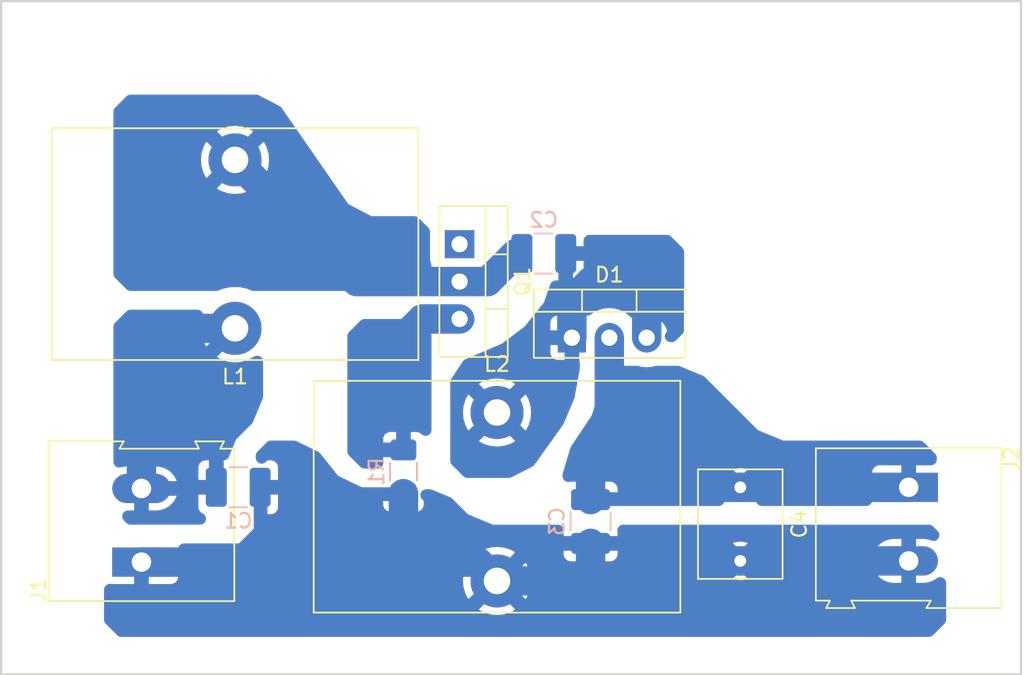
<source format=kicad_pcb>
(kicad_pcb (version 20171130) (host pcbnew 5.0.2+dfsg1-1)

  (general
    (thickness 1.6)
    (drawings 4)
    (tracks 33)
    (zones 0)
    (modules 11)
    (nets 8)
  )

  (page A4)
  (layers
    (0 F.Cu signal)
    (31 B.Cu signal)
    (32 B.Adhes user)
    (33 F.Adhes user)
    (34 B.Paste user)
    (35 F.Paste user)
    (36 B.SilkS user)
    (37 F.SilkS user)
    (38 B.Mask user)
    (39 F.Mask user)
    (40 Dwgs.User user)
    (41 Cmts.User user)
    (42 Eco1.User user)
    (43 Eco2.User user)
    (44 Edge.Cuts user)
    (45 Margin user)
    (46 B.CrtYd user)
    (47 F.CrtYd user)
    (48 B.Fab user)
    (49 F.Fab user)
  )

  (setup
    (last_trace_width 2)
    (user_trace_width 0.5)
    (user_trace_width 1)
    (user_trace_width 2)
    (user_trace_width 3)
    (user_trace_width 4)
    (user_trace_width 6)
    (user_trace_width 10)
    (trace_clearance 0.5)
    (zone_clearance 1)
    (zone_45_only no)
    (trace_min 0.5)
    (segment_width 0.2)
    (edge_width 0.15)
    (via_size 1)
    (via_drill 0.8)
    (via_min_size 1)
    (via_min_drill 0.6)
    (uvia_size 0.3)
    (uvia_drill 0.1)
    (uvias_allowed no)
    (uvia_min_size 0.2)
    (uvia_min_drill 0.1)
    (pcb_text_width 0.3)
    (pcb_text_size 1.5 1.5)
    (mod_edge_width 0.15)
    (mod_text_size 1 1)
    (mod_text_width 0.15)
    (pad_size 1.524 1.524)
    (pad_drill 0.762)
    (pad_to_mask_clearance 0.051)
    (solder_mask_min_width 0.25)
    (aux_axis_origin 0 0)
    (visible_elements FFFFF77F)
    (pcbplotparams
      (layerselection 0x010fc_ffffffff)
      (usegerberextensions false)
      (usegerberattributes false)
      (usegerberadvancedattributes false)
      (creategerberjobfile false)
      (excludeedgelayer true)
      (linewidth 0.100000)
      (plotframeref false)
      (viasonmask false)
      (mode 1)
      (useauxorigin false)
      (hpglpennumber 1)
      (hpglpenspeed 20)
      (hpglpendiameter 15.000000)
      (psnegative false)
      (psa4output false)
      (plotreference true)
      (plotvalue true)
      (plotinvisibletext false)
      (padsonsilk false)
      (subtractmaskfromsilk false)
      (outputformat 1)
      (mirror false)
      (drillshape 0)
      (scaleselection 1)
      (outputdirectory ""))
  )

  (net 0 "")
  (net 1 "Net-(C1-Pad2)")
  (net 2 "Net-(C1-Pad1)")
  (net 3 "Net-(C3-Pad1)")
  (net 4 "Net-(Q1-Pad3)")
  (net 5 "Net-(C2-Pad1)")
  (net 6 "Net-(C2-Pad2)")
  (net 7 "Net-(Q1-Pad1)")

  (net_class Default "Toto je výchozí třída sítě."
    (clearance 0.5)
    (trace_width 0.5)
    (via_dia 1)
    (via_drill 0.8)
    (uvia_dia 0.3)
    (uvia_drill 0.1)
    (diff_pair_gap 1.25)
    (diff_pair_width 2)
    (add_net "Net-(C1-Pad1)")
    (add_net "Net-(C1-Pad2)")
    (add_net "Net-(C2-Pad1)")
    (add_net "Net-(C2-Pad2)")
    (add_net "Net-(C3-Pad1)")
    (add_net "Net-(Q1-Pad1)")
    (add_net "Net-(Q1-Pad3)")
  )

  (module Capacitor_SMD:C_1210_3225Metric_Pad1.42x2.65mm_HandSolder (layer B.Cu) (tedit 5B301BBE) (tstamp 5E3453CF)
    (at 139.7 106.4625 270)
    (descr "Capacitor SMD 1210 (3225 Metric), square (rectangular) end terminal, IPC_7351 nominal with elongated pad for handsoldering. (Body size source: http://www.tortai-tech.com/upload/download/2011102023233369053.pdf), generated with kicad-footprint-generator")
    (tags "capacitor handsolder")
    (path /5E1B5E1F)
    (attr smd)
    (fp_text reference C3 (at 0 2.28 270) (layer B.SilkS)
      (effects (font (size 1 1) (thickness 0.15)) (justify mirror))
    )
    (fp_text value 4.7uF (at 0 -2.28 270) (layer B.Fab)
      (effects (font (size 1 1) (thickness 0.15)) (justify mirror))
    )
    (fp_line (start -1.6 -1.25) (end -1.6 1.25) (layer B.Fab) (width 0.1))
    (fp_line (start -1.6 1.25) (end 1.6 1.25) (layer B.Fab) (width 0.1))
    (fp_line (start 1.6 1.25) (end 1.6 -1.25) (layer B.Fab) (width 0.1))
    (fp_line (start 1.6 -1.25) (end -1.6 -1.25) (layer B.Fab) (width 0.1))
    (fp_line (start -0.602064 1.36) (end 0.602064 1.36) (layer B.SilkS) (width 0.12))
    (fp_line (start -0.602064 -1.36) (end 0.602064 -1.36) (layer B.SilkS) (width 0.12))
    (fp_line (start -2.45 -1.58) (end -2.45 1.58) (layer B.CrtYd) (width 0.05))
    (fp_line (start -2.45 1.58) (end 2.45 1.58) (layer B.CrtYd) (width 0.05))
    (fp_line (start 2.45 1.58) (end 2.45 -1.58) (layer B.CrtYd) (width 0.05))
    (fp_line (start 2.45 -1.58) (end -2.45 -1.58) (layer B.CrtYd) (width 0.05))
    (fp_text user %R (at 0 0 270) (layer B.Fab)
      (effects (font (size 0.8 0.8) (thickness 0.12)) (justify mirror))
    )
    (pad 1 smd roundrect (at -1.4875 0 270) (size 1.425 2.65) (layers B.Cu B.Paste B.Mask) (roundrect_rratio 0.175439)
      (net 3 "Net-(C3-Pad1)"))
    (pad 2 smd roundrect (at 1.4875 0 270) (size 1.425 2.65) (layers B.Cu B.Paste B.Mask) (roundrect_rratio 0.175439)
      (net 1 "Net-(C1-Pad2)"))
    (model ${KISYS3DMOD}/Capacitor_SMD.3dshapes/C_1210_3225Metric.wrl
      (at (xyz 0 0 0))
      (scale (xyz 1 1 1))
      (rotate (xyz 0 0 0))
    )
  )

  (module Capacitor_SMD:C_1210_3225Metric_Pad1.42x2.65mm_HandSolder (layer B.Cu) (tedit 5B301BBE) (tstamp 5E344089)
    (at 136.525 88.265 180)
    (descr "Capacitor SMD 1210 (3225 Metric), square (rectangular) end terminal, IPC_7351 nominal with elongated pad for handsoldering. (Body size source: http://www.tortai-tech.com/upload/download/2011102023233369053.pdf), generated with kicad-footprint-generator")
    (tags "capacitor handsolder")
    (path /5E1B5D2A)
    (attr smd)
    (fp_text reference C2 (at 0 2.28 180) (layer B.SilkS)
      (effects (font (size 1 1) (thickness 0.15)) (justify mirror))
    )
    (fp_text value "1210 4.7uF" (at 0 -2.28 180) (layer B.Fab)
      (effects (font (size 1 1) (thickness 0.15)) (justify mirror))
    )
    (fp_text user %R (at 0 0 180) (layer B.Fab)
      (effects (font (size 0.8 0.8) (thickness 0.12)) (justify mirror))
    )
    (fp_line (start 2.45 -1.58) (end -2.45 -1.58) (layer B.CrtYd) (width 0.05))
    (fp_line (start 2.45 1.58) (end 2.45 -1.58) (layer B.CrtYd) (width 0.05))
    (fp_line (start -2.45 1.58) (end 2.45 1.58) (layer B.CrtYd) (width 0.05))
    (fp_line (start -2.45 -1.58) (end -2.45 1.58) (layer B.CrtYd) (width 0.05))
    (fp_line (start -0.602064 -1.36) (end 0.602064 -1.36) (layer B.SilkS) (width 0.12))
    (fp_line (start -0.602064 1.36) (end 0.602064 1.36) (layer B.SilkS) (width 0.12))
    (fp_line (start 1.6 -1.25) (end -1.6 -1.25) (layer B.Fab) (width 0.1))
    (fp_line (start 1.6 1.25) (end 1.6 -1.25) (layer B.Fab) (width 0.1))
    (fp_line (start -1.6 1.25) (end 1.6 1.25) (layer B.Fab) (width 0.1))
    (fp_line (start -1.6 -1.25) (end -1.6 1.25) (layer B.Fab) (width 0.1))
    (pad 2 smd roundrect (at 1.4875 0 180) (size 1.425 2.65) (layers B.Cu B.Paste B.Mask) (roundrect_rratio 0.175439)
      (net 6 "Net-(C2-Pad2)"))
    (pad 1 smd roundrect (at -1.4875 0 180) (size 1.425 2.65) (layers B.Cu B.Paste B.Mask) (roundrect_rratio 0.175439)
      (net 5 "Net-(C2-Pad1)"))
    (model ${KISYS3DMOD}/Capacitor_SMD.3dshapes/C_1210_3225Metric.wrl
      (at (xyz 0 0 0))
      (scale (xyz 1 1 1))
      (rotate (xyz 0 0 0))
    )
  )

  (module Capacitor_SMD:C_1210_3225Metric_Pad1.42x2.65mm_HandSolder (layer B.Cu) (tedit 5B301BBE) (tstamp 5E345451)
    (at 115.7875 104.14)
    (descr "Capacitor SMD 1210 (3225 Metric), square (rectangular) end terminal, IPC_7351 nominal with elongated pad for handsoldering. (Body size source: http://www.tortai-tech.com/upload/download/2011102023233369053.pdf), generated with kicad-footprint-generator")
    (tags "capacitor handsolder")
    (path /5E1B5E8D)
    (attr smd)
    (fp_text reference C1 (at 0 2.28) (layer B.SilkS)
      (effects (font (size 1 1) (thickness 0.15)) (justify mirror))
    )
    (fp_text value "1210 4.7uF" (at 0 -2.28) (layer B.Fab)
      (effects (font (size 1 1) (thickness 0.15)) (justify mirror))
    )
    (fp_line (start -1.6 -1.25) (end -1.6 1.25) (layer B.Fab) (width 0.1))
    (fp_line (start -1.6 1.25) (end 1.6 1.25) (layer B.Fab) (width 0.1))
    (fp_line (start 1.6 1.25) (end 1.6 -1.25) (layer B.Fab) (width 0.1))
    (fp_line (start 1.6 -1.25) (end -1.6 -1.25) (layer B.Fab) (width 0.1))
    (fp_line (start -0.602064 1.36) (end 0.602064 1.36) (layer B.SilkS) (width 0.12))
    (fp_line (start -0.602064 -1.36) (end 0.602064 -1.36) (layer B.SilkS) (width 0.12))
    (fp_line (start -2.45 -1.58) (end -2.45 1.58) (layer B.CrtYd) (width 0.05))
    (fp_line (start -2.45 1.58) (end 2.45 1.58) (layer B.CrtYd) (width 0.05))
    (fp_line (start 2.45 1.58) (end 2.45 -1.58) (layer B.CrtYd) (width 0.05))
    (fp_line (start 2.45 -1.58) (end -2.45 -1.58) (layer B.CrtYd) (width 0.05))
    (fp_text user %R (at 0 0) (layer B.Fab)
      (effects (font (size 0.8 0.8) (thickness 0.12)) (justify mirror))
    )
    (pad 1 smd roundrect (at -1.4875 0) (size 1.425 2.65) (layers B.Cu B.Paste B.Mask) (roundrect_rratio 0.175439)
      (net 2 "Net-(C1-Pad1)"))
    (pad 2 smd roundrect (at 1.4875 0) (size 1.425 2.65) (layers B.Cu B.Paste B.Mask) (roundrect_rratio 0.175439)
      (net 1 "Net-(C1-Pad2)"))
    (model ${KISYS3DMOD}/Capacitor_SMD.3dshapes/C_1210_3225Metric.wrl
      (at (xyz 0 0 0))
      (scale (xyz 1 1 1))
      (rotate (xyz 0 0 0))
    )
  )

  (module Capacitor_THT:C_Rect_L7.2mm_W5.5mm_P5.00mm_FKS2_FKP2_MKS2_MKP2 (layer F.Cu) (tedit 5AE50EF0) (tstamp 5E344067)
    (at 149.86 104.14 270)
    (descr "C, Rect series, Radial, pin pitch=5.00mm, , length*width=7.2*5.5mm^2, Capacitor, http://www.wima.com/EN/WIMA_FKS_2.pdf")
    (tags "C Rect series Radial pin pitch 5.00mm  length 7.2mm width 5.5mm Capacitor")
    (path /5E1B5F7A)
    (fp_text reference C4 (at 2.5 -4 270) (layer F.SilkS)
      (effects (font (size 1 1) (thickness 0.15)))
    )
    (fp_text value 220uF/25V (at 2.5 4 270) (layer F.Fab)
      (effects (font (size 1 1) (thickness 0.15)))
    )
    (fp_line (start -1.1 -2.75) (end -1.1 2.75) (layer F.Fab) (width 0.1))
    (fp_line (start -1.1 2.75) (end 6.1 2.75) (layer F.Fab) (width 0.1))
    (fp_line (start 6.1 2.75) (end 6.1 -2.75) (layer F.Fab) (width 0.1))
    (fp_line (start 6.1 -2.75) (end -1.1 -2.75) (layer F.Fab) (width 0.1))
    (fp_line (start -1.22 -2.87) (end 6.22 -2.87) (layer F.SilkS) (width 0.12))
    (fp_line (start -1.22 2.87) (end 6.22 2.87) (layer F.SilkS) (width 0.12))
    (fp_line (start -1.22 -2.87) (end -1.22 2.87) (layer F.SilkS) (width 0.12))
    (fp_line (start 6.22 -2.87) (end 6.22 2.87) (layer F.SilkS) (width 0.12))
    (fp_line (start -1.35 -3) (end -1.35 3) (layer F.CrtYd) (width 0.05))
    (fp_line (start -1.35 3) (end 6.35 3) (layer F.CrtYd) (width 0.05))
    (fp_line (start 6.35 3) (end 6.35 -3) (layer F.CrtYd) (width 0.05))
    (fp_line (start 6.35 -3) (end -1.35 -3) (layer F.CrtYd) (width 0.05))
    (fp_text user %R (at 2.5 0) (layer F.Fab)
      (effects (font (size 1 1) (thickness 0.15)))
    )
    (pad 1 thru_hole circle (at 0 0 270) (size 1.6 1.6) (drill 0.8) (layers *.Cu *.Mask)
      (net 3 "Net-(C3-Pad1)"))
    (pad 2 thru_hole circle (at 5 0 270) (size 1.6 1.6) (drill 0.8) (layers *.Cu *.Mask)
      (net 1 "Net-(C1-Pad2)"))
    (model ${KISYS3DMOD}/Capacitor_THT.3dshapes/C_Rect_L7.2mm_W5.5mm_P5.00mm_FKS2_FKP2_MKS2_MKP2.wrl
      (at (xyz 0 0 0))
      (scale (xyz 1 1 1))
      (rotate (xyz 0 0 0))
    )
  )

  (module Inductor_THT:L_Toroid_Vertical_L24.6mm_W15.5mm_P11.44mm_Pulse_KM-4 (layer F.Cu) (tedit 5AE59B06) (tstamp 5E344054)
    (at 133.35 99.06)
    (descr "L_Toroid, Vertical series, Radial, pin pitch=11.44mm, , length*width=24.64*15.5mm^2, Pulse, KM-4, http://datasheet.octopart.com/PE-92112KNL-Pulse-datasheet-17853305.pdf")
    (tags "L_Toroid Vertical series Radial pin pitch 11.44mm  length 24.64mm width 15.5mm Pulse KM-4")
    (path /5E1B5BE1)
    (fp_text reference L2 (at 0 -3.28) (layer F.SilkS)
      (effects (font (size 1 1) (thickness 0.15)))
    )
    (fp_text value 47uH/10A (at 0 14.72) (layer F.Fab)
      (effects (font (size 1 1) (thickness 0.15)))
    )
    (fp_text user %R (at 5.72 0) (layer F.Fab)
      (effects (font (size 1 1) (thickness 0.15)))
    )
    (fp_line (start 12.57 -2.29) (end -12.57 -2.29) (layer F.CrtYd) (width 0.05))
    (fp_line (start 12.57 13.72) (end 12.57 -2.29) (layer F.CrtYd) (width 0.05))
    (fp_line (start -12.57 13.72) (end 12.57 13.72) (layer F.CrtYd) (width 0.05))
    (fp_line (start -12.57 -2.29) (end -12.57 13.72) (layer F.CrtYd) (width 0.05))
    (fp_line (start 12.44 -2.15) (end 12.44 13.59) (layer F.SilkS) (width 0.12))
    (fp_line (start -12.44 -2.15) (end -12.44 13.59) (layer F.SilkS) (width 0.12))
    (fp_line (start 0.016 13.59) (end 12.44 13.59) (layer F.SilkS) (width 0.12))
    (fp_line (start -12.44 13.59) (end -0.016 13.59) (layer F.SilkS) (width 0.12))
    (fp_line (start 0.016 -2.15) (end 12.44 -2.15) (layer F.SilkS) (width 0.12))
    (fp_line (start -12.44 -2.15) (end -0.016 -2.15) (layer F.SilkS) (width 0.12))
    (fp_line (start 7.8848 0) (end 8.8704 11.44) (layer F.Fab) (width 0.1))
    (fp_line (start 5.9136 0) (end 6.8992 11.44) (layer F.Fab) (width 0.1))
    (fp_line (start 3.9424 0) (end 4.928 11.44) (layer F.Fab) (width 0.1))
    (fp_line (start 1.9712 0) (end 2.9568 11.44) (layer F.Fab) (width 0.1))
    (fp_line (start 0 0) (end 0.9856 11.44) (layer F.Fab) (width 0.1))
    (fp_line (start -1.9712 0) (end -0.9856 11.44) (layer F.Fab) (width 0.1))
    (fp_line (start -3.9424 0) (end -2.9568 11.44) (layer F.Fab) (width 0.1))
    (fp_line (start -5.9136 0) (end -4.928 11.44) (layer F.Fab) (width 0.1))
    (fp_line (start -7.8848 0) (end -6.8992 11.44) (layer F.Fab) (width 0.1))
    (fp_line (start -9.856 0) (end -8.8704 11.44) (layer F.Fab) (width 0.1))
    (fp_line (start 9.856 0) (end -9.856 0) (layer F.Fab) (width 0.1))
    (fp_line (start 9.856 11.44) (end 9.856 0) (layer F.Fab) (width 0.1))
    (fp_line (start -9.856 11.44) (end 9.856 11.44) (layer F.Fab) (width 0.1))
    (fp_line (start -9.856 0) (end -9.856 11.44) (layer F.Fab) (width 0.1))
    (fp_line (start 12.32 -2.03) (end -12.32 -2.03) (layer F.Fab) (width 0.1))
    (fp_line (start 12.32 13.47) (end 12.32 -2.03) (layer F.Fab) (width 0.1))
    (fp_line (start -12.32 13.47) (end 12.32 13.47) (layer F.Fab) (width 0.1))
    (fp_line (start -12.32 -2.03) (end -12.32 13.47) (layer F.Fab) (width 0.1))
    (pad 2 thru_hole circle (at 0 11.44) (size 3.6 3.6) (drill 1.8) (layers *.Cu *.Mask)
      (net 1 "Net-(C1-Pad2)"))
    (pad 1 thru_hole circle (at 0 0) (size 3.6 3.6) (drill 1.8) (layers *.Cu *.Mask)
      (net 5 "Net-(C2-Pad1)"))
    (model ${KISYS3DMOD}/Inductor_THT.3dshapes/L_Toroid_Vertical_L24.6mm_W15.5mm_P11.44mm_Pulse_KM-4.wrl
      (at (xyz 0 0 0))
      (scale (xyz 1 1 1))
      (rotate (xyz 0 0 0))
    )
  )

  (module Inductor_THT:L_Toroid_Vertical_L24.6mm_W15.5mm_P11.44mm_Pulse_KM-4 (layer F.Cu) (tedit 5AE59B06) (tstamp 5E345020)
    (at 115.57 93.345 180)
    (descr "L_Toroid, Vertical series, Radial, pin pitch=11.44mm, , length*width=24.64*15.5mm^2, Pulse, KM-4, http://datasheet.octopart.com/PE-92112KNL-Pulse-datasheet-17853305.pdf")
    (tags "L_Toroid Vertical series Radial pin pitch 11.44mm  length 24.64mm width 15.5mm Pulse KM-4")
    (path /5E1B5A80)
    (fp_text reference L1 (at 0 -3.28 180) (layer F.SilkS)
      (effects (font (size 1 1) (thickness 0.15)))
    )
    (fp_text value 47uH/10A (at 0 14.72 180) (layer F.Fab)
      (effects (font (size 1 1) (thickness 0.15)))
    )
    (fp_line (start -12.32 -2.03) (end -12.32 13.47) (layer F.Fab) (width 0.1))
    (fp_line (start -12.32 13.47) (end 12.32 13.47) (layer F.Fab) (width 0.1))
    (fp_line (start 12.32 13.47) (end 12.32 -2.03) (layer F.Fab) (width 0.1))
    (fp_line (start 12.32 -2.03) (end -12.32 -2.03) (layer F.Fab) (width 0.1))
    (fp_line (start -9.856 0) (end -9.856 11.44) (layer F.Fab) (width 0.1))
    (fp_line (start -9.856 11.44) (end 9.856 11.44) (layer F.Fab) (width 0.1))
    (fp_line (start 9.856 11.44) (end 9.856 0) (layer F.Fab) (width 0.1))
    (fp_line (start 9.856 0) (end -9.856 0) (layer F.Fab) (width 0.1))
    (fp_line (start -9.856 0) (end -8.8704 11.44) (layer F.Fab) (width 0.1))
    (fp_line (start -7.8848 0) (end -6.8992 11.44) (layer F.Fab) (width 0.1))
    (fp_line (start -5.9136 0) (end -4.928 11.44) (layer F.Fab) (width 0.1))
    (fp_line (start -3.9424 0) (end -2.9568 11.44) (layer F.Fab) (width 0.1))
    (fp_line (start -1.9712 0) (end -0.9856 11.44) (layer F.Fab) (width 0.1))
    (fp_line (start 0 0) (end 0.9856 11.44) (layer F.Fab) (width 0.1))
    (fp_line (start 1.9712 0) (end 2.9568 11.44) (layer F.Fab) (width 0.1))
    (fp_line (start 3.9424 0) (end 4.928 11.44) (layer F.Fab) (width 0.1))
    (fp_line (start 5.9136 0) (end 6.8992 11.44) (layer F.Fab) (width 0.1))
    (fp_line (start 7.8848 0) (end 8.8704 11.44) (layer F.Fab) (width 0.1))
    (fp_line (start -12.44 -2.15) (end -0.016 -2.15) (layer F.SilkS) (width 0.12))
    (fp_line (start 0.016 -2.15) (end 12.44 -2.15) (layer F.SilkS) (width 0.12))
    (fp_line (start -12.44 13.59) (end -0.016 13.59) (layer F.SilkS) (width 0.12))
    (fp_line (start 0.016 13.59) (end 12.44 13.59) (layer F.SilkS) (width 0.12))
    (fp_line (start -12.44 -2.15) (end -12.44 13.59) (layer F.SilkS) (width 0.12))
    (fp_line (start 12.44 -2.15) (end 12.44 13.59) (layer F.SilkS) (width 0.12))
    (fp_line (start -12.57 -2.29) (end -12.57 13.72) (layer F.CrtYd) (width 0.05))
    (fp_line (start -12.57 13.72) (end 12.57 13.72) (layer F.CrtYd) (width 0.05))
    (fp_line (start 12.57 13.72) (end 12.57 -2.29) (layer F.CrtYd) (width 0.05))
    (fp_line (start 12.57 -2.29) (end -12.57 -2.29) (layer F.CrtYd) (width 0.05))
    (fp_text user %R (at 5.72 0 180) (layer F.Fab)
      (effects (font (size 1 1) (thickness 0.15)))
    )
    (pad 1 thru_hole circle (at 0 0 180) (size 3.6 3.6) (drill 1.8) (layers *.Cu *.Mask)
      (net 2 "Net-(C1-Pad1)"))
    (pad 2 thru_hole circle (at 0 11.44 180) (size 3.6 3.6) (drill 1.8) (layers *.Cu *.Mask)
      (net 6 "Net-(C2-Pad2)"))
    (model ${KISYS3DMOD}/Inductor_THT.3dshapes/L_Toroid_Vertical_L24.6mm_W15.5mm_P11.44mm_Pulse_KM-4.wrl
      (at (xyz 0 0 0))
      (scale (xyz 1 1 1))
      (rotate (xyz 0 0 0))
    )
  )

  (module Package_TO_SOT_THT:TO-220-3_Vertical (layer F.Cu) (tedit 5AC8BA0D) (tstamp 5E345A78)
    (at 130.81 87.63 270)
    (descr "TO-220-3, Vertical, RM 2.54mm, see https://www.vishay.com/docs/66542/to-220-1.pdf")
    (tags "TO-220-3 Vertical RM 2.54mm")
    (path /5E1B624B)
    (fp_text reference Q1 (at 2.54 -4.27 270) (layer F.SilkS)
      (effects (font (size 1 1) (thickness 0.15)))
    )
    (fp_text value IRFB4110 (at 2.54 2.5 270) (layer F.Fab)
      (effects (font (size 1 1) (thickness 0.15)))
    )
    (fp_text user %R (at 2.54 -4.27 270) (layer F.Fab)
      (effects (font (size 1 1) (thickness 0.15)))
    )
    (fp_line (start 7.79 -3.4) (end -2.71 -3.4) (layer F.CrtYd) (width 0.05))
    (fp_line (start 7.79 1.51) (end 7.79 -3.4) (layer F.CrtYd) (width 0.05))
    (fp_line (start -2.71 1.51) (end 7.79 1.51) (layer F.CrtYd) (width 0.05))
    (fp_line (start -2.71 -3.4) (end -2.71 1.51) (layer F.CrtYd) (width 0.05))
    (fp_line (start 4.391 -3.27) (end 4.391 -1.76) (layer F.SilkS) (width 0.12))
    (fp_line (start 0.69 -3.27) (end 0.69 -1.76) (layer F.SilkS) (width 0.12))
    (fp_line (start -2.58 -1.76) (end 7.66 -1.76) (layer F.SilkS) (width 0.12))
    (fp_line (start 7.66 -3.27) (end 7.66 1.371) (layer F.SilkS) (width 0.12))
    (fp_line (start -2.58 -3.27) (end -2.58 1.371) (layer F.SilkS) (width 0.12))
    (fp_line (start -2.58 1.371) (end 7.66 1.371) (layer F.SilkS) (width 0.12))
    (fp_line (start -2.58 -3.27) (end 7.66 -3.27) (layer F.SilkS) (width 0.12))
    (fp_line (start 4.39 -3.15) (end 4.39 -1.88) (layer F.Fab) (width 0.1))
    (fp_line (start 0.69 -3.15) (end 0.69 -1.88) (layer F.Fab) (width 0.1))
    (fp_line (start -2.46 -1.88) (end 7.54 -1.88) (layer F.Fab) (width 0.1))
    (fp_line (start 7.54 -3.15) (end -2.46 -3.15) (layer F.Fab) (width 0.1))
    (fp_line (start 7.54 1.25) (end 7.54 -3.15) (layer F.Fab) (width 0.1))
    (fp_line (start -2.46 1.25) (end 7.54 1.25) (layer F.Fab) (width 0.1))
    (fp_line (start -2.46 -3.15) (end -2.46 1.25) (layer F.Fab) (width 0.1))
    (pad 3 thru_hole oval (at 5.08 0 270) (size 1.905 2) (drill 1.1) (layers *.Cu *.Mask)
      (net 4 "Net-(Q1-Pad3)"))
    (pad 2 thru_hole oval (at 2.54 0 270) (size 1.905 2) (drill 1.1) (layers *.Cu *.Mask)
      (net 6 "Net-(C2-Pad2)"))
    (pad 1 thru_hole rect (at 0 0 270) (size 1.905 2) (drill 1.1) (layers *.Cu *.Mask)
      (net 7 "Net-(Q1-Pad1)"))
    (model ${KISYS3DMOD}/Package_TO_SOT_THT.3dshapes/TO-220-3_Vertical.wrl
      (at (xyz 0 0 0))
      (scale (xyz 1 1 1))
      (rotate (xyz 0 0 0))
    )
  )

  (module Package_TO_SOT_THT:TO-220-3_Vertical (layer F.Cu) (tedit 5AC8BA0D) (tstamp 5E34558F)
    (at 138.43 93.98)
    (descr "TO-220-3, Vertical, RM 2.54mm, see https://www.vishay.com/docs/66542/to-220-1.pdf")
    (tags "TO-220-3 Vertical RM 2.54mm")
    (path /5E1B6E38)
    (fp_text reference D1 (at 2.54 -4.27) (layer F.SilkS)
      (effects (font (size 1 1) (thickness 0.15)))
    )
    (fp_text value D_x2_KCom_AKA (at 2.54 2.5) (layer F.Fab)
      (effects (font (size 1 1) (thickness 0.15)))
    )
    (fp_line (start -2.46 -3.15) (end -2.46 1.25) (layer F.Fab) (width 0.1))
    (fp_line (start -2.46 1.25) (end 7.54 1.25) (layer F.Fab) (width 0.1))
    (fp_line (start 7.54 1.25) (end 7.54 -3.15) (layer F.Fab) (width 0.1))
    (fp_line (start 7.54 -3.15) (end -2.46 -3.15) (layer F.Fab) (width 0.1))
    (fp_line (start -2.46 -1.88) (end 7.54 -1.88) (layer F.Fab) (width 0.1))
    (fp_line (start 0.69 -3.15) (end 0.69 -1.88) (layer F.Fab) (width 0.1))
    (fp_line (start 4.39 -3.15) (end 4.39 -1.88) (layer F.Fab) (width 0.1))
    (fp_line (start -2.58 -3.27) (end 7.66 -3.27) (layer F.SilkS) (width 0.12))
    (fp_line (start -2.58 1.371) (end 7.66 1.371) (layer F.SilkS) (width 0.12))
    (fp_line (start -2.58 -3.27) (end -2.58 1.371) (layer F.SilkS) (width 0.12))
    (fp_line (start 7.66 -3.27) (end 7.66 1.371) (layer F.SilkS) (width 0.12))
    (fp_line (start -2.58 -1.76) (end 7.66 -1.76) (layer F.SilkS) (width 0.12))
    (fp_line (start 0.69 -3.27) (end 0.69 -1.76) (layer F.SilkS) (width 0.12))
    (fp_line (start 4.391 -3.27) (end 4.391 -1.76) (layer F.SilkS) (width 0.12))
    (fp_line (start -2.71 -3.4) (end -2.71 1.51) (layer F.CrtYd) (width 0.05))
    (fp_line (start -2.71 1.51) (end 7.79 1.51) (layer F.CrtYd) (width 0.05))
    (fp_line (start 7.79 1.51) (end 7.79 -3.4) (layer F.CrtYd) (width 0.05))
    (fp_line (start 7.79 -3.4) (end -2.71 -3.4) (layer F.CrtYd) (width 0.05))
    (fp_text user %R (at 2.54 -4.27) (layer F.Fab)
      (effects (font (size 1 1) (thickness 0.15)))
    )
    (pad 1 thru_hole rect (at 0 0) (size 1.905 2) (drill 1.1) (layers *.Cu *.Mask)
      (net 5 "Net-(C2-Pad1)"))
    (pad 2 thru_hole oval (at 2.54 0) (size 1.905 2) (drill 1.1) (layers *.Cu *.Mask)
      (net 3 "Net-(C3-Pad1)"))
    (pad 3 thru_hole oval (at 5.08 0) (size 1.905 2) (drill 1.1) (layers *.Cu *.Mask)
      (net 5 "Net-(C2-Pad1)"))
    (model ${KISYS3DMOD}/Package_TO_SOT_THT.3dshapes/TO-220-3_Vertical.wrl
      (at (xyz 0 0 0))
      (scale (xyz 1 1 1))
      (rotate (xyz 0 0 0))
    )
  )

  (module TerminalBlock:TerminalBlock_Altech_AK300-2_P5.00mm (layer F.Cu) (tedit 59FF0306) (tstamp 5E343FC9)
    (at 161.29 104.14 270)
    (descr "Altech AK300 terminal block, pitch 5.0mm, 45 degree angled, see http://www.mouser.com/ds/2/16/PCBMETRC-24178.pdf")
    (tags "Altech AK300 terminal block pitch 5.0mm")
    (path /5E1BCF4F)
    (fp_text reference J2 (at -1.92 -6.99 270) (layer F.SilkS)
      (effects (font (size 1 1) (thickness 0.15)))
    )
    (fp_text value OUTPUT (at 2.78 7.75 270) (layer F.Fab)
      (effects (font (size 1 1) (thickness 0.15)))
    )
    (fp_arc (start -1.13 -4.65) (end -1.42 -4.13) (angle 104.2) (layer F.Fab) (width 0.1))
    (fp_arc (start -0.01 -3.71) (end -1.62 -5) (angle 100) (layer F.Fab) (width 0.1))
    (fp_arc (start 0.06 -6.07) (end 1.53 -4.12) (angle 75.5) (layer F.Fab) (width 0.1))
    (fp_arc (start 1.03 -4.59) (end 1.53 -5.05) (angle 90.5) (layer F.Fab) (width 0.1))
    (fp_arc (start 3.87 -4.65) (end 3.58 -4.13) (angle 104.2) (layer F.Fab) (width 0.1))
    (fp_arc (start 4.99 -3.71) (end 3.39 -5) (angle 100) (layer F.Fab) (width 0.1))
    (fp_arc (start 5.07 -6.07) (end 6.53 -4.12) (angle 75.5) (layer F.Fab) (width 0.1))
    (fp_arc (start 6.03 -4.59) (end 6.54 -5.05) (angle 90.5) (layer F.Fab) (width 0.1))
    (fp_line (start 8.36 6.47) (end -2.83 6.47) (layer F.CrtYd) (width 0.05))
    (fp_line (start 8.36 6.47) (end 8.36 -6.47) (layer F.CrtYd) (width 0.05))
    (fp_line (start -2.83 -6.47) (end -2.83 6.47) (layer F.CrtYd) (width 0.05))
    (fp_line (start -2.83 -6.47) (end 8.36 -6.47) (layer F.CrtYd) (width 0.05))
    (fp_line (start 3.36 -0.25) (end 6.67 -0.25) (layer F.Fab) (width 0.1))
    (fp_line (start 2.98 -0.25) (end 3.36 -0.25) (layer F.Fab) (width 0.1))
    (fp_line (start 7.05 -0.25) (end 6.67 -0.25) (layer F.Fab) (width 0.1))
    (fp_line (start 6.67 -0.64) (end 3.36 -0.64) (layer F.Fab) (width 0.1))
    (fp_line (start 7.61 -0.64) (end 6.67 -0.64) (layer F.Fab) (width 0.1))
    (fp_line (start 1.66 -0.64) (end 3.36 -0.64) (layer F.Fab) (width 0.1))
    (fp_line (start -1.64 -0.64) (end 1.66 -0.64) (layer F.Fab) (width 0.1))
    (fp_line (start -2.58 -0.64) (end -1.64 -0.64) (layer F.Fab) (width 0.1))
    (fp_line (start 1.66 -0.25) (end -1.64 -0.25) (layer F.Fab) (width 0.1))
    (fp_line (start 2.04 -0.25) (end 1.66 -0.25) (layer F.Fab) (width 0.1))
    (fp_line (start -2.02 -0.25) (end -1.64 -0.25) (layer F.Fab) (width 0.1))
    (fp_line (start -1.49 -4.32) (end 1.56 -4.95) (layer F.Fab) (width 0.1))
    (fp_line (start -1.62 -4.45) (end 1.44 -5.08) (layer F.Fab) (width 0.1))
    (fp_line (start 3.52 -4.32) (end 6.56 -4.95) (layer F.Fab) (width 0.1))
    (fp_line (start 3.39 -4.45) (end 6.44 -5.08) (layer F.Fab) (width 0.1))
    (fp_line (start 2.04 -5.97) (end -2.02 -5.97) (layer F.Fab) (width 0.1))
    (fp_line (start -2.02 -3.43) (end -2.02 -5.97) (layer F.Fab) (width 0.1))
    (fp_line (start 2.04 -3.43) (end -2.02 -3.43) (layer F.Fab) (width 0.1))
    (fp_line (start 2.04 -3.43) (end 2.04 -5.97) (layer F.Fab) (width 0.1))
    (fp_line (start 7.05 -3.43) (end 2.98 -3.43) (layer F.Fab) (width 0.1))
    (fp_line (start 7.05 -5.97) (end 7.05 -3.43) (layer F.Fab) (width 0.1))
    (fp_line (start 2.98 -5.97) (end 7.05 -5.97) (layer F.Fab) (width 0.1))
    (fp_line (start 2.98 -3.43) (end 2.98 -5.97) (layer F.Fab) (width 0.1))
    (fp_line (start 7.61 -3.17) (end 7.61 -1.65) (layer F.Fab) (width 0.1))
    (fp_line (start -2.58 -3.17) (end -2.58 -6.22) (layer F.Fab) (width 0.1))
    (fp_line (start -2.58 -3.17) (end 7.61 -3.17) (layer F.Fab) (width 0.1))
    (fp_line (start 7.61 -0.64) (end 7.61 4.06) (layer F.Fab) (width 0.1))
    (fp_line (start 7.61 -1.65) (end 7.61 -0.64) (layer F.Fab) (width 0.1))
    (fp_line (start -2.58 -0.64) (end -2.58 -3.17) (layer F.Fab) (width 0.1))
    (fp_line (start -2.58 6.22) (end -2.58 -0.64) (layer F.Fab) (width 0.1))
    (fp_line (start 6.67 0.51) (end 6.28 0.51) (layer F.Fab) (width 0.1))
    (fp_line (start 3.36 0.51) (end 3.74 0.51) (layer F.Fab) (width 0.1))
    (fp_line (start 1.66 0.51) (end 1.28 0.51) (layer F.Fab) (width 0.1))
    (fp_line (start -1.64 0.51) (end -1.26 0.51) (layer F.Fab) (width 0.1))
    (fp_line (start -1.64 3.68) (end -1.64 0.51) (layer F.Fab) (width 0.1))
    (fp_line (start 1.66 3.68) (end -1.64 3.68) (layer F.Fab) (width 0.1))
    (fp_line (start 1.66 3.68) (end 1.66 0.51) (layer F.Fab) (width 0.1))
    (fp_line (start 3.36 3.68) (end 3.36 0.51) (layer F.Fab) (width 0.1))
    (fp_line (start 6.67 3.68) (end 3.36 3.68) (layer F.Fab) (width 0.1))
    (fp_line (start 6.67 3.68) (end 6.67 0.51) (layer F.Fab) (width 0.1))
    (fp_line (start -2.02 4.32) (end -2.02 6.22) (layer F.Fab) (width 0.1))
    (fp_line (start 2.04 4.32) (end 2.04 -0.25) (layer F.Fab) (width 0.1))
    (fp_line (start 2.04 4.32) (end -2.02 4.32) (layer F.Fab) (width 0.1))
    (fp_line (start 7.05 4.32) (end 7.05 6.22) (layer F.Fab) (width 0.1))
    (fp_line (start 2.98 4.32) (end 2.98 -0.25) (layer F.Fab) (width 0.1))
    (fp_line (start 2.98 4.32) (end 7.05 4.32) (layer F.Fab) (width 0.1))
    (fp_line (start -2.02 6.22) (end 2.04 6.22) (layer F.Fab) (width 0.1))
    (fp_line (start -2.58 6.22) (end -2.02 6.22) (layer F.Fab) (width 0.1))
    (fp_line (start -2.02 -0.25) (end -2.02 4.32) (layer F.Fab) (width 0.1))
    (fp_line (start 2.04 6.22) (end 2.98 6.22) (layer F.Fab) (width 0.1))
    (fp_line (start 2.04 6.22) (end 2.04 4.32) (layer F.Fab) (width 0.1))
    (fp_line (start 7.05 6.22) (end 7.61 6.22) (layer F.Fab) (width 0.1))
    (fp_line (start 2.98 6.22) (end 7.05 6.22) (layer F.Fab) (width 0.1))
    (fp_line (start 7.05 -0.25) (end 7.05 4.32) (layer F.Fab) (width 0.1))
    (fp_line (start 2.98 6.22) (end 2.98 4.32) (layer F.Fab) (width 0.1))
    (fp_line (start 8.11 3.81) (end 8.11 5.46) (layer F.Fab) (width 0.1))
    (fp_line (start 7.61 4.06) (end 7.61 5.21) (layer F.Fab) (width 0.1))
    (fp_line (start 8.11 3.81) (end 7.61 4.06) (layer F.Fab) (width 0.1))
    (fp_line (start 7.61 5.21) (end 7.61 6.22) (layer F.Fab) (width 0.1))
    (fp_line (start 8.11 5.46) (end 7.61 5.21) (layer F.Fab) (width 0.1))
    (fp_line (start 8.11 -1.4) (end 7.61 -1.65) (layer F.Fab) (width 0.1))
    (fp_line (start 8.11 -6.22) (end 8.11 -1.4) (layer F.Fab) (width 0.1))
    (fp_line (start 7.61 -6.22) (end 8.11 -6.22) (layer F.Fab) (width 0.1))
    (fp_line (start 7.61 -6.22) (end -2.58 -6.22) (layer F.Fab) (width 0.1))
    (fp_line (start 7.61 -6.22) (end 7.61 -3.17) (layer F.Fab) (width 0.1))
    (fp_line (start 3.74 2.54) (end 3.74 -0.25) (layer F.Fab) (width 0.1))
    (fp_line (start 3.74 -0.25) (end 6.28 -0.25) (layer F.Fab) (width 0.1))
    (fp_line (start 6.28 2.54) (end 6.28 -0.25) (layer F.Fab) (width 0.1))
    (fp_line (start 3.74 2.54) (end 6.28 2.54) (layer F.Fab) (width 0.1))
    (fp_line (start -1.26 2.54) (end -1.26 -0.25) (layer F.Fab) (width 0.1))
    (fp_line (start -1.26 -0.25) (end 1.28 -0.25) (layer F.Fab) (width 0.1))
    (fp_line (start 1.28 2.54) (end 1.28 -0.25) (layer F.Fab) (width 0.1))
    (fp_line (start -1.26 2.54) (end 1.28 2.54) (layer F.Fab) (width 0.1))
    (fp_line (start 8.2 -6.3) (end -2.65 -6.3) (layer F.SilkS) (width 0.12))
    (fp_line (start 8.2 -1.2) (end 8.2 -6.3) (layer F.SilkS) (width 0.12))
    (fp_line (start 7.7 -1.5) (end 8.2 -1.2) (layer F.SilkS) (width 0.12))
    (fp_line (start 7.7 3.9) (end 7.7 -1.5) (layer F.SilkS) (width 0.12))
    (fp_line (start 8.2 3.65) (end 7.7 3.9) (layer F.SilkS) (width 0.12))
    (fp_line (start 8.2 3.7) (end 8.2 3.65) (layer F.SilkS) (width 0.12))
    (fp_line (start 8.2 5.6) (end 8.2 3.7) (layer F.SilkS) (width 0.12))
    (fp_line (start 7.7 5.35) (end 8.2 5.6) (layer F.SilkS) (width 0.12))
    (fp_line (start 7.7 6.3) (end 7.7 5.35) (layer F.SilkS) (width 0.12))
    (fp_line (start -2.65 6.3) (end 7.7 6.3) (layer F.SilkS) (width 0.12))
    (fp_line (start -2.65 -6.3) (end -2.65 6.3) (layer F.SilkS) (width 0.12))
    (fp_text user %R (at 2.5 -2 270) (layer F.Fab)
      (effects (font (size 1 1) (thickness 0.15)))
    )
    (pad 2 thru_hole oval (at 5 0 270) (size 1.98 3.96) (drill 1.32) (layers *.Cu *.Mask)
      (net 1 "Net-(C1-Pad2)"))
    (pad 1 thru_hole rect (at 0 0 270) (size 1.98 3.96) (drill 1.32) (layers *.Cu *.Mask)
      (net 3 "Net-(C3-Pad1)"))
    (model ${KISYS3DMOD}/TerminalBlock.3dshapes/TerminalBlock_Altech_AK300-2_P5.00mm.wrl
      (at (xyz 0 0 0))
      (scale (xyz 1 1 1))
      (rotate (xyz 0 0 0))
    )
  )

  (module TerminalBlock:TerminalBlock_Altech_AK300-2_P5.00mm (layer F.Cu) (tedit 59FF0306) (tstamp 5E343F62)
    (at 109.22 109.22 90)
    (descr "Altech AK300 terminal block, pitch 5.0mm, 45 degree angled, see http://www.mouser.com/ds/2/16/PCBMETRC-24178.pdf")
    (tags "Altech AK300 terminal block pitch 5.0mm")
    (path /5E1BCE79)
    (fp_text reference J1 (at -1.92 -6.99 90) (layer F.SilkS)
      (effects (font (size 1 1) (thickness 0.15)))
    )
    (fp_text value "INPUT RECTIFIED" (at 2.78 7.75 90) (layer F.Fab)
      (effects (font (size 1 1) (thickness 0.15)))
    )
    (fp_text user %R (at 2.5 -2 90) (layer F.Fab)
      (effects (font (size 1 1) (thickness 0.15)))
    )
    (fp_line (start -2.65 -6.3) (end -2.65 6.3) (layer F.SilkS) (width 0.12))
    (fp_line (start -2.65 6.3) (end 7.7 6.3) (layer F.SilkS) (width 0.12))
    (fp_line (start 7.7 6.3) (end 7.7 5.35) (layer F.SilkS) (width 0.12))
    (fp_line (start 7.7 5.35) (end 8.2 5.6) (layer F.SilkS) (width 0.12))
    (fp_line (start 8.2 5.6) (end 8.2 3.7) (layer F.SilkS) (width 0.12))
    (fp_line (start 8.2 3.7) (end 8.2 3.65) (layer F.SilkS) (width 0.12))
    (fp_line (start 8.2 3.65) (end 7.7 3.9) (layer F.SilkS) (width 0.12))
    (fp_line (start 7.7 3.9) (end 7.7 -1.5) (layer F.SilkS) (width 0.12))
    (fp_line (start 7.7 -1.5) (end 8.2 -1.2) (layer F.SilkS) (width 0.12))
    (fp_line (start 8.2 -1.2) (end 8.2 -6.3) (layer F.SilkS) (width 0.12))
    (fp_line (start 8.2 -6.3) (end -2.65 -6.3) (layer F.SilkS) (width 0.12))
    (fp_line (start -1.26 2.54) (end 1.28 2.54) (layer F.Fab) (width 0.1))
    (fp_line (start 1.28 2.54) (end 1.28 -0.25) (layer F.Fab) (width 0.1))
    (fp_line (start -1.26 -0.25) (end 1.28 -0.25) (layer F.Fab) (width 0.1))
    (fp_line (start -1.26 2.54) (end -1.26 -0.25) (layer F.Fab) (width 0.1))
    (fp_line (start 3.74 2.54) (end 6.28 2.54) (layer F.Fab) (width 0.1))
    (fp_line (start 6.28 2.54) (end 6.28 -0.25) (layer F.Fab) (width 0.1))
    (fp_line (start 3.74 -0.25) (end 6.28 -0.25) (layer F.Fab) (width 0.1))
    (fp_line (start 3.74 2.54) (end 3.74 -0.25) (layer F.Fab) (width 0.1))
    (fp_line (start 7.61 -6.22) (end 7.61 -3.17) (layer F.Fab) (width 0.1))
    (fp_line (start 7.61 -6.22) (end -2.58 -6.22) (layer F.Fab) (width 0.1))
    (fp_line (start 7.61 -6.22) (end 8.11 -6.22) (layer F.Fab) (width 0.1))
    (fp_line (start 8.11 -6.22) (end 8.11 -1.4) (layer F.Fab) (width 0.1))
    (fp_line (start 8.11 -1.4) (end 7.61 -1.65) (layer F.Fab) (width 0.1))
    (fp_line (start 8.11 5.46) (end 7.61 5.21) (layer F.Fab) (width 0.1))
    (fp_line (start 7.61 5.21) (end 7.61 6.22) (layer F.Fab) (width 0.1))
    (fp_line (start 8.11 3.81) (end 7.61 4.06) (layer F.Fab) (width 0.1))
    (fp_line (start 7.61 4.06) (end 7.61 5.21) (layer F.Fab) (width 0.1))
    (fp_line (start 8.11 3.81) (end 8.11 5.46) (layer F.Fab) (width 0.1))
    (fp_line (start 2.98 6.22) (end 2.98 4.32) (layer F.Fab) (width 0.1))
    (fp_line (start 7.05 -0.25) (end 7.05 4.32) (layer F.Fab) (width 0.1))
    (fp_line (start 2.98 6.22) (end 7.05 6.22) (layer F.Fab) (width 0.1))
    (fp_line (start 7.05 6.22) (end 7.61 6.22) (layer F.Fab) (width 0.1))
    (fp_line (start 2.04 6.22) (end 2.04 4.32) (layer F.Fab) (width 0.1))
    (fp_line (start 2.04 6.22) (end 2.98 6.22) (layer F.Fab) (width 0.1))
    (fp_line (start -2.02 -0.25) (end -2.02 4.32) (layer F.Fab) (width 0.1))
    (fp_line (start -2.58 6.22) (end -2.02 6.22) (layer F.Fab) (width 0.1))
    (fp_line (start -2.02 6.22) (end 2.04 6.22) (layer F.Fab) (width 0.1))
    (fp_line (start 2.98 4.32) (end 7.05 4.32) (layer F.Fab) (width 0.1))
    (fp_line (start 2.98 4.32) (end 2.98 -0.25) (layer F.Fab) (width 0.1))
    (fp_line (start 7.05 4.32) (end 7.05 6.22) (layer F.Fab) (width 0.1))
    (fp_line (start 2.04 4.32) (end -2.02 4.32) (layer F.Fab) (width 0.1))
    (fp_line (start 2.04 4.32) (end 2.04 -0.25) (layer F.Fab) (width 0.1))
    (fp_line (start -2.02 4.32) (end -2.02 6.22) (layer F.Fab) (width 0.1))
    (fp_line (start 6.67 3.68) (end 6.67 0.51) (layer F.Fab) (width 0.1))
    (fp_line (start 6.67 3.68) (end 3.36 3.68) (layer F.Fab) (width 0.1))
    (fp_line (start 3.36 3.68) (end 3.36 0.51) (layer F.Fab) (width 0.1))
    (fp_line (start 1.66 3.68) (end 1.66 0.51) (layer F.Fab) (width 0.1))
    (fp_line (start 1.66 3.68) (end -1.64 3.68) (layer F.Fab) (width 0.1))
    (fp_line (start -1.64 3.68) (end -1.64 0.51) (layer F.Fab) (width 0.1))
    (fp_line (start -1.64 0.51) (end -1.26 0.51) (layer F.Fab) (width 0.1))
    (fp_line (start 1.66 0.51) (end 1.28 0.51) (layer F.Fab) (width 0.1))
    (fp_line (start 3.36 0.51) (end 3.74 0.51) (layer F.Fab) (width 0.1))
    (fp_line (start 6.67 0.51) (end 6.28 0.51) (layer F.Fab) (width 0.1))
    (fp_line (start -2.58 6.22) (end -2.58 -0.64) (layer F.Fab) (width 0.1))
    (fp_line (start -2.58 -0.64) (end -2.58 -3.17) (layer F.Fab) (width 0.1))
    (fp_line (start 7.61 -1.65) (end 7.61 -0.64) (layer F.Fab) (width 0.1))
    (fp_line (start 7.61 -0.64) (end 7.61 4.06) (layer F.Fab) (width 0.1))
    (fp_line (start -2.58 -3.17) (end 7.61 -3.17) (layer F.Fab) (width 0.1))
    (fp_line (start -2.58 -3.17) (end -2.58 -6.22) (layer F.Fab) (width 0.1))
    (fp_line (start 7.61 -3.17) (end 7.61 -1.65) (layer F.Fab) (width 0.1))
    (fp_line (start 2.98 -3.43) (end 2.98 -5.97) (layer F.Fab) (width 0.1))
    (fp_line (start 2.98 -5.97) (end 7.05 -5.97) (layer F.Fab) (width 0.1))
    (fp_line (start 7.05 -5.97) (end 7.05 -3.43) (layer F.Fab) (width 0.1))
    (fp_line (start 7.05 -3.43) (end 2.98 -3.43) (layer F.Fab) (width 0.1))
    (fp_line (start 2.04 -3.43) (end 2.04 -5.97) (layer F.Fab) (width 0.1))
    (fp_line (start 2.04 -3.43) (end -2.02 -3.43) (layer F.Fab) (width 0.1))
    (fp_line (start -2.02 -3.43) (end -2.02 -5.97) (layer F.Fab) (width 0.1))
    (fp_line (start 2.04 -5.97) (end -2.02 -5.97) (layer F.Fab) (width 0.1))
    (fp_line (start 3.39 -4.45) (end 6.44 -5.08) (layer F.Fab) (width 0.1))
    (fp_line (start 3.52 -4.32) (end 6.56 -4.95) (layer F.Fab) (width 0.1))
    (fp_line (start -1.62 -4.45) (end 1.44 -5.08) (layer F.Fab) (width 0.1))
    (fp_line (start -1.49 -4.32) (end 1.56 -4.95) (layer F.Fab) (width 0.1))
    (fp_line (start -2.02 -0.25) (end -1.64 -0.25) (layer F.Fab) (width 0.1))
    (fp_line (start 2.04 -0.25) (end 1.66 -0.25) (layer F.Fab) (width 0.1))
    (fp_line (start 1.66 -0.25) (end -1.64 -0.25) (layer F.Fab) (width 0.1))
    (fp_line (start -2.58 -0.64) (end -1.64 -0.64) (layer F.Fab) (width 0.1))
    (fp_line (start -1.64 -0.64) (end 1.66 -0.64) (layer F.Fab) (width 0.1))
    (fp_line (start 1.66 -0.64) (end 3.36 -0.64) (layer F.Fab) (width 0.1))
    (fp_line (start 7.61 -0.64) (end 6.67 -0.64) (layer F.Fab) (width 0.1))
    (fp_line (start 6.67 -0.64) (end 3.36 -0.64) (layer F.Fab) (width 0.1))
    (fp_line (start 7.05 -0.25) (end 6.67 -0.25) (layer F.Fab) (width 0.1))
    (fp_line (start 2.98 -0.25) (end 3.36 -0.25) (layer F.Fab) (width 0.1))
    (fp_line (start 3.36 -0.25) (end 6.67 -0.25) (layer F.Fab) (width 0.1))
    (fp_line (start -2.83 -6.47) (end 8.36 -6.47) (layer F.CrtYd) (width 0.05))
    (fp_line (start -2.83 -6.47) (end -2.83 6.47) (layer F.CrtYd) (width 0.05))
    (fp_line (start 8.36 6.47) (end 8.36 -6.47) (layer F.CrtYd) (width 0.05))
    (fp_line (start 8.36 6.47) (end -2.83 6.47) (layer F.CrtYd) (width 0.05))
    (fp_arc (start 6.03 -4.59) (end 6.54 -5.05) (angle 90.5) (layer F.Fab) (width 0.1))
    (fp_arc (start 5.07 -6.07) (end 6.53 -4.12) (angle 75.5) (layer F.Fab) (width 0.1))
    (fp_arc (start 4.99 -3.71) (end 3.39 -5) (angle 100) (layer F.Fab) (width 0.1))
    (fp_arc (start 3.87 -4.65) (end 3.58 -4.13) (angle 104.2) (layer F.Fab) (width 0.1))
    (fp_arc (start 1.03 -4.59) (end 1.53 -5.05) (angle 90.5) (layer F.Fab) (width 0.1))
    (fp_arc (start 0.06 -6.07) (end 1.53 -4.12) (angle 75.5) (layer F.Fab) (width 0.1))
    (fp_arc (start -0.01 -3.71) (end -1.62 -5) (angle 100) (layer F.Fab) (width 0.1))
    (fp_arc (start -1.13 -4.65) (end -1.42 -4.13) (angle 104.2) (layer F.Fab) (width 0.1))
    (pad 1 thru_hole rect (at 0 0 90) (size 1.98 3.96) (drill 1.32) (layers *.Cu *.Mask)
      (net 1 "Net-(C1-Pad2)"))
    (pad 2 thru_hole oval (at 5 0 90) (size 1.98 3.96) (drill 1.32) (layers *.Cu *.Mask)
      (net 2 "Net-(C1-Pad1)"))
    (model ${KISYS3DMOD}/TerminalBlock.3dshapes/TerminalBlock_Altech_AK300-2_P5.00mm.wrl
      (at (xyz 0 0 0))
      (scale (xyz 1 1 1))
      (rotate (xyz 0 0 0))
    )
  )

  (module Resistor_SMD:R_1206_3216Metric_Pad1.42x1.75mm_HandSolder (layer B.Cu) (tedit 5B301BBD) (tstamp 5E345E7C)
    (at 127 103.0875 270)
    (descr "Resistor SMD 1206 (3216 Metric), square (rectangular) end terminal, IPC_7351 nominal with elongated pad for handsoldering. (Body size source: http://www.tortai-tech.com/upload/download/2011102023233369053.pdf), generated with kicad-footprint-generator")
    (tags "resistor handsolder")
    (path /5E1B63DD)
    (attr smd)
    (fp_text reference R1 (at 0 1.82 270) (layer B.SilkS)
      (effects (font (size 1 1) (thickness 0.15)) (justify mirror))
    )
    (fp_text value 0R1 (at 0 -1.82 270) (layer B.Fab)
      (effects (font (size 1 1) (thickness 0.15)) (justify mirror))
    )
    (fp_line (start -1.6 -0.8) (end -1.6 0.8) (layer B.Fab) (width 0.1))
    (fp_line (start -1.6 0.8) (end 1.6 0.8) (layer B.Fab) (width 0.1))
    (fp_line (start 1.6 0.8) (end 1.6 -0.8) (layer B.Fab) (width 0.1))
    (fp_line (start 1.6 -0.8) (end -1.6 -0.8) (layer B.Fab) (width 0.1))
    (fp_line (start -0.602064 0.91) (end 0.602064 0.91) (layer B.SilkS) (width 0.12))
    (fp_line (start -0.602064 -0.91) (end 0.602064 -0.91) (layer B.SilkS) (width 0.12))
    (fp_line (start -2.45 -1.12) (end -2.45 1.12) (layer B.CrtYd) (width 0.05))
    (fp_line (start -2.45 1.12) (end 2.45 1.12) (layer B.CrtYd) (width 0.05))
    (fp_line (start 2.45 1.12) (end 2.45 -1.12) (layer B.CrtYd) (width 0.05))
    (fp_line (start 2.45 -1.12) (end -2.45 -1.12) (layer B.CrtYd) (width 0.05))
    (fp_text user %R (at 0 0 270) (layer B.Fab)
      (effects (font (size 0.8 0.8) (thickness 0.12)) (justify mirror))
    )
    (pad 1 smd roundrect (at -1.4875 0 270) (size 1.425 1.75) (layers B.Cu B.Paste B.Mask) (roundrect_rratio 0.175439)
      (net 4 "Net-(Q1-Pad3)"))
    (pad 2 smd roundrect (at 1.4875 0 270) (size 1.425 1.75) (layers B.Cu B.Paste B.Mask) (roundrect_rratio 0.175439)
      (net 1 "Net-(C1-Pad2)"))
    (model ${KISYS3DMOD}/Resistor_SMD.3dshapes/R_1206_3216Metric.wrl
      (at (xyz 0 0 0))
      (scale (xyz 1 1 1))
      (rotate (xyz 0 0 0))
    )
  )

  (gr_line (start 168.91 71.12) (end 168.91 116.84) (layer Edge.Cuts) (width 0.15))
  (gr_line (start 168.91 71.12) (end 99.695 71.12) (layer Edge.Cuts) (width 0.15))
  (gr_line (start 99.695 116.84) (end 168.91 116.84) (layer Edge.Cuts) (width 0.15))
  (gr_line (start 99.695 71.12) (end 99.695 116.84) (layer Edge.Cuts) (width 0.15))

  (segment (start 132.07 109.22) (end 133.35 110.5) (width 2) (layer B.Cu) (net 1) (status 20))
  (segment (start 161.29 109.14) (end 149.86 109.14) (width 2) (layer B.Cu) (net 1) (status 30))
  (segment (start 149.86 109.14) (end 146.13 109.14) (width 2) (layer B.Cu) (net 1) (status 10))
  (segment (start 146.13 109.14) (end 144.77 110.5) (width 2) (layer B.Cu) (net 1))
  (segment (start 144.77 110.5) (end 139.7 110.5) (width 2) (layer B.Cu) (net 1))
  (segment (start 139.7 107.95) (end 139.7 110.5) (width 2) (layer B.Cu) (net 1) (status 10))
  (segment (start 139.7 110.5) (end 133.35 110.5) (width 2) (layer B.Cu) (net 1) (status 20))
  (segment (start 127 104.575) (end 127 109.22) (width 2) (layer B.Cu) (net 1) (status 10))
  (segment (start 127 109.22) (end 132.07 109.22) (width 2) (layer B.Cu) (net 1))
  (segment (start 109.22 109.22) (end 116.84 109.22) (width 2) (layer B.Cu) (net 1) (status 10))
  (segment (start 116.84 109.22) (end 127 109.22) (width 2) (layer B.Cu) (net 1))
  (segment (start 109.22 96.52) (end 109.22 104.22) (width 2) (layer B.Cu) (net 2) (status 20))
  (segment (start 112.395 93.345) (end 115.57 93.345) (width 2) (layer B.Cu) (net 2))
  (segment (start 109.22 96.52) (end 112.395 93.345) (width 2) (layer B.Cu) (net 2))
  (segment (start 139.7 104.975) (end 139.7 102.87) (width 2) (layer B.Cu) (net 3) (status 10))
  (segment (start 140.97 101.6) (end 140.97 93.98) (width 2) (layer B.Cu) (net 3) (status 20))
  (segment (start 139.7 102.87) (end 140.97 101.6) (width 2) (layer B.Cu) (net 3))
  (segment (start 149.86 104.14) (end 161.29 104.14) (width 2) (layer B.Cu) (net 3) (status 30))
  (segment (start 143.51 104.14) (end 140.97 101.6) (width 2) (layer B.Cu) (net 3))
  (segment (start 149.86 104.14) (end 143.51 104.14) (width 2) (layer B.Cu) (net 3) (status 10))
  (segment (start 130.81 92.71) (end 129.54 92.71) (width 2) (layer B.Cu) (net 4))
  (segment (start 129.54 92.71) (end 128.27 92.71) (width 2) (layer B.Cu) (net 4))
  (segment (start 128.27 92.71) (end 127 93.98) (width 2) (layer B.Cu) (net 4))
  (segment (start 127 93.98) (end 127 95.885) (width 2) (layer B.Cu) (net 4))
  (segment (start 138.43 91.44) (end 139.7 90.17) (width 2) (layer B.Cu) (net 5))
  (segment (start 138.43 93.98) (end 138.43 91.44) (width 2) (layer B.Cu) (net 5) (status 10))
  (segment (start 142.24 90.17) (end 143.51 91.44) (width 2) (layer B.Cu) (net 5))
  (segment (start 143.51 91.44) (end 143.51 93.98) (width 2) (layer B.Cu) (net 5) (status 20))
  (segment (start 139.7 90.17) (end 142.24 90.17) (width 2) (layer B.Cu) (net 5))
  (segment (start 132.715 90.17) (end 134.62 88.265) (width 2) (layer B.Cu) (net 6))
  (segment (start 130.81 90.17) (end 132.715 90.17) (width 2) (layer B.Cu) (net 6))
  (segment (start 123.835 90.17) (end 115.57 81.905) (width 2) (layer B.Cu) (net 6))
  (segment (start 130.81 90.17) (end 123.835 90.17) (width 2) (layer B.Cu) (net 6))

  (zone (net 1) (net_name "Net-(C1-Pad2)") (layer B.Cu) (tstamp 5E1BAEC0) (hatch edge 0.508)
    (connect_pads (clearance 1))
    (min_thickness 0.8)
    (fill yes (arc_segments 32) (thermal_gap 0.5) (thermal_bridge_width 1) (smoothing chamfer) (radius 1))
    (polygon
      (pts
        (xy 116.84 107.95) (xy 106.68 107.95) (xy 106.68 114.3) (xy 163.83 114.3) (xy 163.83 106.68)
        (xy 137.16 106.68) (xy 132.08 106.68) (xy 129.54 104.14) (xy 123.19 104.14) (xy 120.65 100.965)
        (xy 116.84 100.965)
      )
    )
    (filled_polygon
      (pts
        (xy 121.01928 102.066912) (xy 122.252958 103.609009) (xy 122.307708 103.665144) (xy 122.392029 103.719652) (xy 124.016724 104.500521)
        (xy 124.090388 104.527398) (xy 124.19 104.54) (xy 127.12 104.54) (xy 127.12 104.675) (xy 127.1 104.675)
        (xy 127.1 105.9625) (xy 127.325 106.1875) (xy 127.963643 106.1875) (xy 128.137521 106.152913) (xy 128.30131 106.08507)
        (xy 128.448717 105.986575) (xy 128.574076 105.861216) (xy 128.67257 105.71381) (xy 128.740414 105.55002) (xy 128.775 105.376142)
        (xy 128.775 104.9) (xy 128.550002 104.675002) (xy 128.775 104.675002) (xy 128.775 104.670297) (xy 130.020524 105.18621)
        (xy 131.09005 106.255736) (xy 131.150665 106.305481) (xy 131.21982 106.342445) (xy 132.926927 107.049552) (xy 133.001964 107.072314)
        (xy 133.08 107.08) (xy 137.488697 107.08) (xy 137.475 107.148858) (xy 137.475 107.625) (xy 137.7 107.85)
        (xy 139.6 107.85) (xy 139.6 107.83) (xy 139.8 107.83) (xy 139.8 107.85) (xy 141.7 107.85)
        (xy 141.925 107.625) (xy 141.925 107.148858) (xy 141.911303 107.08) (xy 162.664314 107.08) (xy 162.971494 107.38718)
        (xy 162.746799 107.305825) (xy 162.38 107.25) (xy 161.39 107.25) (xy 161.39 109.04) (xy 161.41 109.04)
        (xy 161.41 109.24) (xy 161.39 109.24) (xy 161.39 111.03) (xy 162.38 111.03) (xy 162.746799 110.974175)
        (xy 163.095659 110.847864) (xy 163.413174 110.655921) (xy 163.43 110.640555) (xy 163.43 113.134314) (xy 162.664314 113.9)
        (xy 107.845686 113.9) (xy 107.08 113.134314) (xy 107.08 112.328616) (xy 131.662805 112.328616) (xy 131.837286 112.752202)
        (xy 132.305736 113.004042) (xy 132.814316 113.159653) (xy 133.343481 113.213056) (xy 133.872897 113.162198) (xy 134.382218 113.009032)
        (xy 134.851873 112.759446) (xy 134.862714 112.752202) (xy 135.037195 112.328616) (xy 133.35 110.641421) (xy 131.662805 112.328616)
        (xy 107.08 112.328616) (xy 107.08 111.095806) (xy 107.151357 111.11) (xy 108.895 111.11) (xy 109.12 110.885)
        (xy 109.12 109.32) (xy 109.32 109.32) (xy 109.32 110.885) (xy 109.545 111.11) (xy 111.288643 111.11)
        (xy 111.462521 111.075413) (xy 111.62631 111.00757) (xy 111.773717 110.909075) (xy 111.899076 110.783716) (xy 111.99757 110.63631)
        (xy 112.056731 110.493481) (xy 130.636944 110.493481) (xy 130.687802 111.022897) (xy 130.840968 111.532218) (xy 131.090554 112.001873)
        (xy 131.097798 112.012714) (xy 131.521384 112.187195) (xy 133.208579 110.5) (xy 133.491421 110.5) (xy 135.178616 112.187195)
        (xy 135.602202 112.012714) (xy 135.854042 111.544264) (xy 136.009653 111.035684) (xy 136.063056 110.506519) (xy 136.039098 110.257123)
        (xy 148.884298 110.257123) (xy 148.938554 110.578392) (xy 149.236875 110.730519) (xy 149.559143 110.821524) (xy 149.892973 110.847908)
        (xy 150.225536 110.808659) (xy 150.544052 110.705283) (xy 150.781446 110.578392) (xy 150.835702 110.257123) (xy 149.86 109.281421)
        (xy 148.884298 110.257123) (xy 136.039098 110.257123) (xy 136.012198 109.977103) (xy 135.859032 109.467782) (xy 135.609446 108.998127)
        (xy 135.602202 108.987286) (xy 135.178616 108.812805) (xy 133.491421 110.5) (xy 133.208579 110.5) (xy 131.521384 108.812805)
        (xy 131.097798 108.987286) (xy 130.845958 109.455736) (xy 130.690347 109.964316) (xy 130.636944 110.493481) (xy 112.056731 110.493481)
        (xy 112.065414 110.47252) (xy 112.1 110.298642) (xy 112.1 109.545) (xy 111.875 109.32) (xy 109.32 109.32)
        (xy 109.12 109.32) (xy 109.1 109.32) (xy 109.1 109.12) (xy 109.12 109.12) (xy 109.12 109.1)
        (xy 109.32 109.1) (xy 109.32 109.12) (xy 111.875 109.12) (xy 112.1 108.895) (xy 112.1 108.671384)
        (xy 131.662805 108.671384) (xy 133.35 110.358579) (xy 135.037195 108.671384) (xy 134.873919 108.275) (xy 137.475 108.275)
        (xy 137.475 108.751142) (xy 137.509586 108.92502) (xy 137.57743 109.08881) (xy 137.675924 109.236216) (xy 137.801283 109.361575)
        (xy 137.94869 109.46007) (xy 138.112479 109.527913) (xy 138.286357 109.5625) (xy 139.375 109.5625) (xy 139.6 109.3375)
        (xy 139.6 108.05) (xy 139.8 108.05) (xy 139.8 109.3375) (xy 140.025 109.5625) (xy 141.113643 109.5625)
        (xy 141.287521 109.527913) (xy 141.45131 109.46007) (xy 141.598717 109.361575) (xy 141.724076 109.236216) (xy 141.766333 109.172973)
        (xy 148.152092 109.172973) (xy 148.191341 109.505536) (xy 148.294717 109.824052) (xy 148.421608 110.061446) (xy 148.742877 110.115702)
        (xy 149.718579 109.14) (xy 150.001421 109.14) (xy 150.977123 110.115702) (xy 151.298392 110.061446) (xy 151.450519 109.763125)
        (xy 151.515216 109.534016) (xy 158.451527 109.534016) (xy 158.5156 109.770885) (xy 158.672966 110.106882) (xy 158.892858 110.405722)
        (xy 159.166826 110.655921) (xy 159.484341 110.847864) (xy 159.833201 110.974175) (xy 160.2 111.03) (xy 161.19 111.03)
        (xy 161.19 109.24) (xy 158.638006 109.24) (xy 158.451527 109.534016) (xy 151.515216 109.534016) (xy 151.541524 109.440857)
        (xy 151.567908 109.107027) (xy 151.528659 108.774464) (xy 151.519416 108.745984) (xy 158.451527 108.745984) (xy 158.638006 109.04)
        (xy 161.19 109.04) (xy 161.19 107.25) (xy 160.2 107.25) (xy 159.833201 107.305825) (xy 159.484341 107.432136)
        (xy 159.166826 107.624079) (xy 158.892858 107.874278) (xy 158.672966 108.173118) (xy 158.5156 108.509115) (xy 158.451527 108.745984)
        (xy 151.519416 108.745984) (xy 151.425283 108.455948) (xy 151.298392 108.218554) (xy 150.977123 108.164298) (xy 150.001421 109.14)
        (xy 149.718579 109.14) (xy 148.742877 108.164298) (xy 148.421608 108.218554) (xy 148.269481 108.516875) (xy 148.178476 108.839143)
        (xy 148.152092 109.172973) (xy 141.766333 109.172973) (xy 141.82257 109.08881) (xy 141.890414 108.92502) (xy 141.925 108.751142)
        (xy 141.925 108.275) (xy 141.7 108.05) (xy 139.8 108.05) (xy 139.6 108.05) (xy 137.7 108.05)
        (xy 137.475 108.275) (xy 134.873919 108.275) (xy 134.862714 108.247798) (xy 134.444337 108.022877) (xy 148.884298 108.022877)
        (xy 149.86 108.998579) (xy 150.835702 108.022877) (xy 150.781446 107.701608) (xy 150.483125 107.549481) (xy 150.160857 107.458476)
        (xy 149.827027 107.432092) (xy 149.494464 107.471341) (xy 149.175948 107.574717) (xy 148.938554 107.701608) (xy 148.884298 108.022877)
        (xy 134.444337 108.022877) (xy 134.394264 107.995958) (xy 133.885684 107.840347) (xy 133.356519 107.786944) (xy 132.827103 107.837802)
        (xy 132.317782 107.990968) (xy 131.848127 108.240554) (xy 131.837286 108.247798) (xy 131.662805 108.671384) (xy 112.1 108.671384)
        (xy 112.1 108.35) (xy 115.84 108.35) (xy 115.918036 108.342314) (xy 115.993073 108.319552) (xy 116.062228 108.282588)
        (xy 116.122843 108.232843) (xy 117.122843 107.232843) (xy 117.172588 107.172228) (xy 117.209552 107.103073) (xy 117.232314 107.028036)
        (xy 117.24 106.95) (xy 117.24 104.24) (xy 117.375 104.24) (xy 117.375 106.14) (xy 117.6 106.365)
        (xy 118.076142 106.365) (xy 118.25002 106.330414) (xy 118.41381 106.26257) (xy 118.561216 106.164076) (xy 118.686575 106.038717)
        (xy 118.78507 105.89131) (xy 118.852913 105.727521) (xy 118.8875 105.553643) (xy 118.8875 104.9) (xy 125.225 104.9)
        (xy 125.225 105.376142) (xy 125.259586 105.55002) (xy 125.32743 105.71381) (xy 125.425924 105.861216) (xy 125.551283 105.986575)
        (xy 125.69869 106.08507) (xy 125.862479 106.152913) (xy 126.036357 106.1875) (xy 126.675 106.1875) (xy 126.9 105.9625)
        (xy 126.9 104.675) (xy 125.45 104.675) (xy 125.225 104.9) (xy 118.8875 104.9) (xy 118.8875 104.465)
        (xy 118.6625 104.24) (xy 117.375 104.24) (xy 117.24 104.24) (xy 117.24 104.02) (xy 117.375 104.02)
        (xy 117.375 104.04) (xy 118.6625 104.04) (xy 118.8875 103.815) (xy 118.8875 102.726357) (xy 118.852913 102.552479)
        (xy 118.78507 102.38869) (xy 118.686575 102.241283) (xy 118.561216 102.115924) (xy 118.41381 102.01743) (xy 118.25002 101.949586)
        (xy 118.076142 101.915) (xy 117.6 101.915) (xy 117.375002 102.139998) (xy 117.375002 101.995684) (xy 118.005686 101.365)
        (xy 119.558865 101.365)
      )
    )
  )
  (zone (net 5) (net_name "Net-(C2-Pad1)") (layer B.Cu) (tstamp 5E1BAEBD) (hatch edge 0.508)
    (connect_pads (clearance 1))
    (min_thickness 0.8)
    (fill yes (arc_segments 32) (thermal_gap 0.5) (thermal_bridge_width 1) (smoothing chamfer) (radius 1))
    (polygon
      (pts
        (xy 130.175 95.885) (xy 130.175 103.505) (xy 135.255 103.505) (xy 138.43 99.06) (xy 139.7 92.075)
        (xy 142.24 92.075) (xy 142.875 94.615) (xy 146.05 94.615) (xy 146.05 86.995) (xy 137.16 86.995)
        (xy 137.16 90.805) (xy 134.62 93.98)
      )
    )
    (filled_polygon
      (pts
        (xy 145.65 88.160686) (xy 145.65 93.449314) (xy 145.219316 93.879998) (xy 145.136085 93.879998) (xy 145.330081 93.591073)
        (xy 145.2285 93.242553) (xy 145.060878 92.920547) (xy 144.833656 92.63743) (xy 144.555567 92.404082) (xy 144.237297 92.22947)
        (xy 143.898141 92.121119) (xy 143.61 92.308075) (xy 143.61 93.88) (xy 143.63 93.88) (xy 143.63 93.916228)
        (xy 143.41 93.744457) (xy 143.41 92.308075) (xy 143.121859 92.121119) (xy 142.782703 92.22947) (xy 142.683008 92.284165)
        (xy 142.675267 92.274733) (xy 142.30982 91.974818) (xy 141.892884 91.751961) (xy 141.440482 91.614726) (xy 140.97 91.568388)
        (xy 140.499519 91.614726) (xy 140.047117 91.751961) (xy 139.630181 91.974818) (xy 139.495993 92.084943) (xy 139.471142 92.08)
        (xy 138.755 92.08) (xy 138.53 92.305) (xy 138.53 93.88) (xy 138.55 93.88) (xy 138.55 94.08)
        (xy 138.53 94.08) (xy 138.53 95.655) (xy 138.570001 95.695001) (xy 138.570001 96.053928) (xy 138.223247 97.961073)
        (xy 137.497568 99.67722) (xy 135.567059 102.379932) (xy 134.158114 103.105) (xy 131.340686 103.105) (xy 130.575 102.339314)
        (xy 130.575 100.888616) (xy 131.662805 100.888616) (xy 131.837286 101.312202) (xy 132.305736 101.564042) (xy 132.814316 101.719653)
        (xy 133.343481 101.773056) (xy 133.872897 101.722198) (xy 134.382218 101.569032) (xy 134.851873 101.319446) (xy 134.862714 101.312202)
        (xy 135.037195 100.888616) (xy 133.35 99.201421) (xy 131.662805 100.888616) (xy 130.575 100.888616) (xy 130.575 99.053481)
        (xy 130.636944 99.053481) (xy 130.687802 99.582897) (xy 130.840968 100.092218) (xy 131.090554 100.561873) (xy 131.097798 100.572714)
        (xy 131.521384 100.747195) (xy 133.208579 99.06) (xy 133.491421 99.06) (xy 135.178616 100.747195) (xy 135.602202 100.572714)
        (xy 135.854042 100.104264) (xy 136.009653 99.595684) (xy 136.063056 99.066519) (xy 136.012198 98.537103) (xy 135.859032 98.027782)
        (xy 135.609446 97.558127) (xy 135.602202 97.547286) (xy 135.178616 97.372805) (xy 133.491421 99.06) (xy 133.208579 99.06)
        (xy 131.521384 97.372805) (xy 131.097798 97.547286) (xy 130.845958 98.015736) (xy 130.690347 98.524316) (xy 130.636944 99.053481)
        (xy 130.575 99.053481) (xy 130.575 97.231384) (xy 131.662805 97.231384) (xy 133.35 98.918579) (xy 135.037195 97.231384)
        (xy 134.862714 96.807798) (xy 134.394264 96.555958) (xy 133.885684 96.400347) (xy 133.356519 96.346944) (xy 132.827103 96.397802)
        (xy 132.317782 96.550968) (xy 131.848127 96.800554) (xy 131.837286 96.807798) (xy 131.662805 97.231384) (xy 130.575 97.231384)
        (xy 130.575 97.005007) (xy 131.362017 95.811466) (xy 133.858423 94.741577) (xy 133.94308 94.692238) (xy 134.451966 94.305)
        (xy 136.5775 94.305) (xy 136.5775 95.068643) (xy 136.612087 95.242521) (xy 136.67993 95.40631) (xy 136.778425 95.553717)
        (xy 136.903784 95.679076) (xy 137.05119 95.77757) (xy 137.21498 95.845414) (xy 137.388858 95.88) (xy 138.105 95.88)
        (xy 138.33 95.655) (xy 138.33 94.08) (xy 136.8025 94.08) (xy 136.5775 94.305) (xy 134.451966 94.305)
        (xy 135.48692 93.51745) (xy 135.557042 93.449009) (xy 136.003163 92.891357) (xy 136.5775 92.891357) (xy 136.5775 93.655)
        (xy 136.8025 93.88) (xy 138.33 93.88) (xy 138.33 92.305) (xy 138.105 92.08) (xy 137.388858 92.08)
        (xy 137.21498 92.114586) (xy 137.05119 92.18243) (xy 136.903784 92.280924) (xy 136.778425 92.406283) (xy 136.67993 92.55369)
        (xy 136.612087 92.717479) (xy 136.5775 92.891357) (xy 136.003163 92.891357) (xy 136.847652 91.835747) (xy 136.8904 91.77001)
        (xy 136.912756 91.718272) (xy 137.34361 90.49) (xy 137.6875 90.49) (xy 137.9125 90.265) (xy 137.9125 88.365)
        (xy 138.1125 88.365) (xy 138.1125 90.265) (xy 138.3375 90.49) (xy 138.813642 90.49) (xy 138.98752 90.455414)
        (xy 139.15131 90.38757) (xy 139.298716 90.289076) (xy 139.424075 90.163717) (xy 139.52257 90.01631) (xy 139.590413 89.852521)
        (xy 139.625 89.678643) (xy 139.625 88.59) (xy 139.4 88.365) (xy 138.1125 88.365) (xy 137.9125 88.365)
        (xy 137.8925 88.365) (xy 137.8925 88.165) (xy 137.9125 88.165) (xy 137.9125 88.145) (xy 138.1125 88.145)
        (xy 138.1125 88.165) (xy 139.4 88.165) (xy 139.625 87.94) (xy 139.625 87.395) (xy 144.884314 87.395)
      )
    )
  )
  (zone (net 4) (net_name "Net-(Q1-Pad3)") (layer B.Cu) (tstamp 5E1BAEBA) (hatch edge 0.508)
    (connect_pads (clearance 1))
    (min_thickness 0.8)
    (fill yes (arc_segments 32) (thermal_gap 0.5) (thermal_bridge_width 1) (smoothing chamfer) (radius 1))
    (polygon
      (pts
        (xy 127 92.71) (xy 123.19 92.71) (xy 123.19 102.87) (xy 128.905 102.87) (xy 128.905 92.71)
      )
    )
    (filled_polygon
      (pts
        (xy 128.505 93.828186) (xy 128.505 100.244708) (xy 128.448717 100.188425) (xy 128.30131 100.08993) (xy 128.137521 100.022087)
        (xy 127.963643 99.9875) (xy 127.325 99.9875) (xy 127.1 100.2125) (xy 127.1 101.5) (xy 127.12 101.5)
        (xy 127.12 101.7) (xy 127.1 101.7) (xy 127.1 101.72) (xy 126.9 101.72) (xy 126.9 101.7)
        (xy 125.45 101.7) (xy 125.225 101.925) (xy 125.225 102.401142) (xy 125.238697 102.47) (xy 124.355686 102.47)
        (xy 123.59 101.704314) (xy 123.59 100.798858) (xy 125.225 100.798858) (xy 125.225 101.275) (xy 125.45 101.5)
        (xy 126.9 101.5) (xy 126.9 100.2125) (xy 126.675 99.9875) (xy 126.036357 99.9875) (xy 125.862479 100.022087)
        (xy 125.69869 100.08993) (xy 125.551283 100.188425) (xy 125.425924 100.313784) (xy 125.32743 100.46119) (xy 125.259586 100.62498)
        (xy 125.225 100.798858) (xy 123.59 100.798858) (xy 123.59 93.875686) (xy 124.355686 93.11) (xy 127.786814 93.11)
      )
    )
  )
  (zone (net 3) (net_name "Net-(C3-Pad1)") (layer B.Cu) (tstamp 5E1BAEB7) (hatch edge 0.508)
    (connect_pads (clearance 1))
    (min_thickness 0.8)
    (fill yes (arc_segments 32) (thermal_gap 0.5) (thermal_bridge_width 1) (smoothing chamfer) (radius 1))
    (polygon
      (pts
        (xy 140.335 95.885) (xy 146.685 95.885) (xy 151.765 100.965) (xy 163.195 100.965) (xy 163.195 105.41)
        (xy 137.795 105.41) (xy 137.795 102.235) (xy 140.335 98.425)
      )
    )
    (filled_polygon
      (pts
        (xy 143.039519 96.345274) (xy 143.51 96.391612) (xy 143.980482 96.345274) (xy 144.179178 96.285) (xy 145.605435 96.285)
        (xy 147.165524 96.93121) (xy 150.77505 100.540736) (xy 150.835665 100.590481) (xy 150.90482 100.627445) (xy 152.611927 101.334552)
        (xy 152.686964 101.357314) (xy 152.765 101.365) (xy 162.029314 101.365) (xy 162.795 102.130686) (xy 162.795 102.25)
        (xy 161.615 102.25) (xy 161.39 102.475) (xy 161.39 104.04) (xy 161.41 104.04) (xy 161.41 104.24)
        (xy 161.39 104.24) (xy 161.39 104.26) (xy 161.19 104.26) (xy 161.19 104.24) (xy 158.635 104.24)
        (xy 158.41 104.465) (xy 158.41 105.01) (xy 151.324627 105.01) (xy 151.450519 104.763125) (xy 151.541524 104.440857)
        (xy 151.567908 104.107027) (xy 151.528659 103.774464) (xy 151.425283 103.455948) (xy 151.298392 103.218554) (xy 150.977123 103.164298)
        (xy 150.001421 104.14) (xy 150.015564 104.154143) (xy 149.874143 104.295564) (xy 149.86 104.281421) (xy 149.845858 104.295564)
        (xy 149.704437 104.154143) (xy 149.718579 104.14) (xy 148.742877 103.164298) (xy 148.421608 103.218554) (xy 148.269481 103.516875)
        (xy 148.178476 103.839143) (xy 148.152092 104.172973) (xy 148.191341 104.505536) (xy 148.294717 104.824052) (xy 148.394109 105.01)
        (xy 139.58 105.01) (xy 139.58 104.875) (xy 139.6 104.875) (xy 139.6 103.5875) (xy 139.8 103.5875)
        (xy 139.8 104.875) (xy 141.7 104.875) (xy 141.925 104.65) (xy 141.925 104.173858) (xy 141.890414 103.99998)
        (xy 141.82257 103.83619) (xy 141.724076 103.688784) (xy 141.598717 103.563425) (xy 141.45131 103.46493) (xy 141.287521 103.397087)
        (xy 141.113643 103.3625) (xy 140.025 103.3625) (xy 139.8 103.5875) (xy 139.6 103.5875) (xy 139.375 103.3625)
        (xy 138.286357 103.3625) (xy 138.195 103.380672) (xy 138.195 103.294228) (xy 138.277158 103.022877) (xy 148.884298 103.022877)
        (xy 149.86 103.998579) (xy 150.797221 103.061358) (xy 158.41 103.061358) (xy 158.41 103.815) (xy 158.635 104.04)
        (xy 161.19 104.04) (xy 161.19 102.475) (xy 160.965 102.25) (xy 159.221357 102.25) (xy 159.047479 102.284587)
        (xy 158.88369 102.35243) (xy 158.736283 102.450925) (xy 158.610924 102.576284) (xy 158.51243 102.72369) (xy 158.444586 102.88748)
        (xy 158.41 103.061358) (xy 150.797221 103.061358) (xy 150.835702 103.022877) (xy 150.781446 102.701608) (xy 150.483125 102.549481)
        (xy 150.160857 102.458476) (xy 149.827027 102.432092) (xy 149.494464 102.471341) (xy 149.175948 102.574717) (xy 148.938554 102.701608)
        (xy 148.884298 103.022877) (xy 138.277158 103.022877) (xy 138.715374 101.575549) (xy 140.11312 99.47893) (xy 140.163137 99.372964)
        (xy 140.717837 97.540914) (xy 140.735 97.425) (xy 140.735 97.050686) (xy 141.500686 96.285) (xy 142.840823 96.285)
      )
    )
  )
  (zone (net 6) (net_name "Net-(C2-Pad2)") (layer B.Cu) (tstamp 5E1BAEB4) (hatch edge 0.508)
    (connect_pads (clearance 1))
    (min_thickness 0.8)
    (fill yes (arc_segments 32) (thermal_gap 0.5) (thermal_bridge_width 1) (smoothing chamfer) (radius 1))
    (polygon
      (pts
        (xy 107.315 77.47) (xy 107.315 90.805) (xy 128.905 90.805) (xy 128.905 85.725) (xy 123.825 85.725)
        (xy 118.11 77.47)
      )
    )
    (filled_polygon
      (pts
        (xy 118.406368 78.600816) (xy 122.926913 85.130492) (xy 122.977651 85.190278) (xy 123.070147 85.25712) (xy 124.639357 86.079312)
        (xy 124.712047 86.108721) (xy 124.825 86.125) (xy 127.739314 86.125) (xy 128.403226 86.788912) (xy 128.403226 88.5825)
        (xy 128.430257 88.856948) (xy 128.505 89.103344) (xy 128.505 89.639314) (xy 127.799596 90.344718) (xy 127.799518 90.344726)
        (xy 127.600822 90.405) (xy 116.834214 90.405) (xy 116.503405 90.267975) (xy 115.885172 90.145) (xy 115.254828 90.145)
        (xy 114.636595 90.267975) (xy 114.305786 90.405) (xy 108.480686 90.405) (xy 107.715 89.639314) (xy 107.715 83.733616)
        (xy 113.882805 83.733616) (xy 114.057286 84.157202) (xy 114.525736 84.409042) (xy 115.034316 84.564653) (xy 115.563481 84.618056)
        (xy 116.092897 84.567198) (xy 116.602218 84.414032) (xy 117.071873 84.164446) (xy 117.082714 84.157202) (xy 117.257195 83.733616)
        (xy 115.57 82.046421) (xy 113.882805 83.733616) (xy 107.715 83.733616) (xy 107.715 81.898481) (xy 112.856944 81.898481)
        (xy 112.907802 82.427897) (xy 113.060968 82.937218) (xy 113.310554 83.406873) (xy 113.317798 83.417714) (xy 113.741384 83.592195)
        (xy 115.428579 81.905) (xy 115.711421 81.905) (xy 117.398616 83.592195) (xy 117.822202 83.417714) (xy 118.074042 82.949264)
        (xy 118.229653 82.440684) (xy 118.283056 81.911519) (xy 118.232198 81.382103) (xy 118.079032 80.872782) (xy 117.829446 80.403127)
        (xy 117.822202 80.392286) (xy 117.398616 80.217805) (xy 115.711421 81.905) (xy 115.428579 81.905) (xy 113.741384 80.217805)
        (xy 113.317798 80.392286) (xy 113.065958 80.860736) (xy 112.910347 81.369316) (xy 112.856944 81.898481) (xy 107.715 81.898481)
        (xy 107.715 80.076384) (xy 113.882805 80.076384) (xy 115.57 81.763579) (xy 117.257195 80.076384) (xy 117.082714 79.652798)
        (xy 116.614264 79.400958) (xy 116.105684 79.245347) (xy 115.576519 79.191944) (xy 115.047103 79.242802) (xy 114.537782 79.395968)
        (xy 114.068127 79.645554) (xy 114.057286 79.652798) (xy 113.882805 80.076384) (xy 107.715 80.076384) (xy 107.715 78.635686)
        (xy 108.480686 77.87) (xy 117.011556 77.87)
      )
    )
  )
  (zone (net 2) (net_name "Net-(C1-Pad1)") (layer B.Cu) (tstamp 5E1BAEB1) (hatch edge 0.508)
    (connect_pads (clearance 1))
    (min_thickness 0.8)
    (fill yes (arc_segments 32) (thermal_gap 0.5) (thermal_bridge_width 1) (smoothing chamfer) (radius 1))
    (polygon
      (pts
        (xy 107.315 92.075) (xy 117.475 92.075) (xy 117.475 99.06) (xy 114.935 101.6) (xy 114.935 106.68)
        (xy 107.315 106.68)
      )
    )
    (filled_polygon
      (pts
        (xy 112.910347 92.809316) (xy 112.856944 93.338481) (xy 112.907802 93.867897) (xy 113.060968 94.377218) (xy 113.310554 94.846873)
        (xy 113.317798 94.857714) (xy 113.741384 95.032195) (xy 115.428579 93.345) (xy 115.414437 93.330858) (xy 115.555858 93.189437)
        (xy 115.57 93.203579) (xy 115.584143 93.189437) (xy 115.725564 93.330858) (xy 115.711421 93.345) (xy 115.725564 93.359143)
        (xy 115.584143 93.500564) (xy 115.57 93.486421) (xy 113.882805 95.173616) (xy 114.057286 95.597202) (xy 114.525736 95.849042)
        (xy 115.034316 96.004653) (xy 115.563481 96.058056) (xy 116.092897 96.007198) (xy 116.602218 95.854032) (xy 117.071873 95.604446)
        (xy 117.075 95.602357) (xy 117.075 97.980435) (xy 116.42879 99.540524) (xy 115.359264 100.61005) (xy 115.309519 100.670665)
        (xy 115.272555 100.73982) (xy 114.785779 101.915) (xy 114.625 101.915) (xy 114.4 102.14) (xy 114.4 104.04)
        (xy 114.42 104.04) (xy 114.42 104.24) (xy 114.4 104.24) (xy 114.4 104.26) (xy 114.2 104.26)
        (xy 114.2 104.24) (xy 112.9125 104.24) (xy 112.6875 104.465) (xy 112.6875 105.553643) (xy 112.722087 105.727521)
        (xy 112.78993 105.89131) (xy 112.888425 106.038717) (xy 113.013784 106.164076) (xy 113.16119 106.26257) (xy 113.20327 106.28)
        (xy 108.480686 106.28) (xy 108.310686 106.11) (xy 109.12 106.11) (xy 109.12 104.32) (xy 109.32 104.32)
        (xy 109.32 106.11) (xy 110.31 106.11) (xy 110.676799 106.054175) (xy 111.025659 105.927864) (xy 111.343174 105.735921)
        (xy 111.617142 105.485722) (xy 111.837034 105.186882) (xy 111.9944 104.850885) (xy 112.058473 104.614016) (xy 111.871994 104.32)
        (xy 109.32 104.32) (xy 109.12 104.32) (xy 109.1 104.32) (xy 109.1 104.12) (xy 109.12 104.12)
        (xy 109.12 102.33) (xy 109.32 102.33) (xy 109.32 104.12) (xy 111.871994 104.12) (xy 112.058473 103.825984)
        (xy 111.9944 103.589115) (xy 111.837034 103.253118) (xy 111.617142 102.954278) (xy 111.367569 102.726357) (xy 112.6875 102.726357)
        (xy 112.6875 103.815) (xy 112.9125 104.04) (xy 114.2 104.04) (xy 114.2 102.14) (xy 113.975 101.915)
        (xy 113.498858 101.915) (xy 113.32498 101.949586) (xy 113.16119 102.01743) (xy 113.013784 102.115924) (xy 112.888425 102.241283)
        (xy 112.78993 102.38869) (xy 112.722087 102.552479) (xy 112.6875 102.726357) (xy 111.367569 102.726357) (xy 111.343174 102.704079)
        (xy 111.025659 102.512136) (xy 110.676799 102.385825) (xy 110.31 102.33) (xy 109.32 102.33) (xy 109.12 102.33)
        (xy 108.13 102.33) (xy 107.763201 102.385825) (xy 107.715 102.403277) (xy 107.715 93.240686) (xy 108.480686 92.475)
        (xy 113.012638 92.475)
      )
    )
  )
)

</source>
